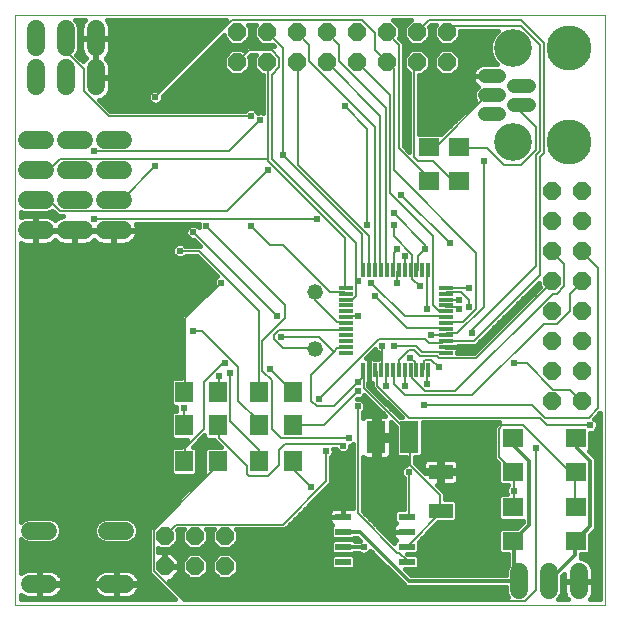
<source format=gbl>
G75*
%MOIN*%
%OFA0B0*%
%FSLAX25Y25*%
%IPPOS*%
%LPD*%
%AMOC8*
5,1,8,0,0,1.08239X$1,22.5*
%
%ADD10C,0.00000*%
%ADD11C,0.06000*%
%ADD12R,0.06299X0.10630*%
%ADD13R,0.04724X0.01181*%
%ADD14R,0.01181X0.04724*%
%ADD15OC8,0.06000*%
%ADD16R,0.05512X0.02362*%
%ADD17R,0.08000X0.05000*%
%ADD18R,0.07098X0.06299*%
%ADD19C,0.15000*%
%ADD20C,0.12598*%
%ADD21C,0.04756*%
%ADD22R,0.06299X0.07098*%
%ADD23C,0.05200*%
%ADD24C,0.01600*%
%ADD25C,0.00500*%
%ADD26C,0.02400*%
%ADD27C,0.01400*%
D10*
X0002100Y0001100D02*
X0002100Y0197950D01*
X0198950Y0197950D01*
X0198950Y0001100D01*
X0002100Y0001100D01*
D11*
X0007300Y0008200D02*
X0013300Y0008200D01*
X0013300Y0026000D02*
X0007300Y0026000D01*
X0032900Y0026000D02*
X0038900Y0026000D01*
X0038900Y0008200D02*
X0032900Y0008200D01*
X0032100Y0126100D02*
X0038100Y0126100D01*
X0038100Y0136100D02*
X0032100Y0136100D01*
X0025100Y0136100D02*
X0019100Y0136100D01*
X0012100Y0136100D02*
X0006100Y0136100D01*
X0006100Y0126100D02*
X0012100Y0126100D01*
X0019100Y0126100D02*
X0025100Y0126100D01*
X0025100Y0146100D02*
X0019100Y0146100D01*
X0012100Y0146100D02*
X0006100Y0146100D01*
X0006100Y0156100D02*
X0012100Y0156100D01*
X0019100Y0156100D02*
X0025100Y0156100D01*
X0032100Y0156100D02*
X0038100Y0156100D01*
X0038100Y0146100D02*
X0032100Y0146100D01*
X0029100Y0174100D02*
X0029100Y0180100D01*
X0029100Y0187100D02*
X0029100Y0193100D01*
X0019100Y0193100D02*
X0019100Y0187100D01*
X0019100Y0180100D02*
X0019100Y0174100D01*
X0009100Y0174100D02*
X0009100Y0180100D01*
X0009100Y0187100D02*
X0009100Y0193100D01*
X0170100Y0012100D02*
X0170100Y0006100D01*
X0180100Y0006100D02*
X0180100Y0012100D01*
X0190100Y0012100D02*
X0190100Y0006100D01*
D12*
X0133612Y0057100D03*
X0122588Y0057100D03*
D13*
X0112368Y0085273D03*
X0112368Y0087242D03*
X0112368Y0089210D03*
X0112368Y0091179D03*
X0112368Y0093147D03*
X0112368Y0095116D03*
X0112368Y0097084D03*
X0112368Y0099053D03*
X0112368Y0101021D03*
X0112368Y0102990D03*
X0112368Y0104958D03*
X0112368Y0106927D03*
X0145832Y0106927D03*
X0145832Y0104958D03*
X0145832Y0102990D03*
X0145832Y0101021D03*
X0145832Y0099053D03*
X0145832Y0097084D03*
X0145832Y0095116D03*
X0145832Y0093147D03*
X0145832Y0091179D03*
X0145832Y0089210D03*
X0145832Y0087242D03*
X0145832Y0085273D03*
D14*
X0139927Y0079368D03*
X0137958Y0079368D03*
X0135990Y0079368D03*
X0134021Y0079368D03*
X0132053Y0079368D03*
X0130084Y0079368D03*
X0128116Y0079368D03*
X0126147Y0079368D03*
X0124179Y0079368D03*
X0122210Y0079368D03*
X0120242Y0079368D03*
X0118273Y0079368D03*
X0118273Y0112832D03*
X0120242Y0112832D03*
X0122210Y0112832D03*
X0124179Y0112832D03*
X0126147Y0112832D03*
X0128116Y0112832D03*
X0130084Y0112832D03*
X0132053Y0112832D03*
X0134021Y0112832D03*
X0135990Y0112832D03*
X0137958Y0112832D03*
X0139927Y0112832D03*
D15*
X0181100Y0109100D03*
X0181100Y0099100D03*
X0181100Y0089100D03*
X0181100Y0079100D03*
X0181100Y0069100D03*
X0191100Y0069100D03*
X0191100Y0079100D03*
X0191100Y0089100D03*
X0191100Y0099100D03*
X0191100Y0109100D03*
X0191100Y0119100D03*
X0191100Y0129100D03*
X0191100Y0139100D03*
X0181100Y0139100D03*
X0181100Y0129100D03*
X0181100Y0119100D03*
X0146100Y0182100D03*
X0146100Y0192100D03*
X0136100Y0192100D03*
X0136100Y0182100D03*
X0126100Y0182100D03*
X0116100Y0182100D03*
X0116100Y0192100D03*
X0126100Y0192100D03*
X0106100Y0192100D03*
X0106100Y0182100D03*
X0096100Y0182100D03*
X0096100Y0192100D03*
X0086100Y0192100D03*
X0086100Y0182100D03*
X0076100Y0182100D03*
X0076100Y0192100D03*
X0072100Y0024100D03*
X0072100Y0014100D03*
X0062100Y0014100D03*
X0052100Y0014100D03*
X0052100Y0024100D03*
X0062100Y0024100D03*
D16*
X0111470Y0025600D03*
X0111470Y0020600D03*
X0111470Y0015600D03*
X0111470Y0030600D03*
X0132730Y0030600D03*
X0132730Y0025600D03*
X0132730Y0020600D03*
X0132730Y0015600D03*
D17*
X0144100Y0032600D03*
X0144100Y0045600D03*
D18*
X0168100Y0045502D03*
X0168100Y0056698D03*
X0189100Y0056698D03*
X0189100Y0045502D03*
X0189100Y0033698D03*
X0189100Y0022502D03*
X0168100Y0022502D03*
X0168100Y0033698D03*
X0150100Y0142502D03*
X0140100Y0142502D03*
X0140100Y0153698D03*
X0150100Y0153698D03*
D19*
X0186746Y0155352D03*
X0186746Y0186848D03*
D20*
X0168242Y0186848D03*
X0168242Y0155352D03*
D21*
X0163517Y0164801D02*
X0158761Y0164801D01*
X0158761Y0171100D02*
X0163517Y0171100D01*
X0168635Y0167950D02*
X0173391Y0167950D01*
X0173391Y0174250D02*
X0168635Y0174250D01*
X0163517Y0177399D02*
X0158761Y0177399D01*
D22*
X0094698Y0072100D03*
X0083502Y0072100D03*
X0083502Y0061100D03*
X0094698Y0061100D03*
X0094698Y0049100D03*
X0083502Y0049100D03*
X0069698Y0049100D03*
X0058502Y0049100D03*
X0058502Y0061100D03*
X0069698Y0061100D03*
X0069698Y0072100D03*
X0058502Y0072100D03*
D23*
X0102100Y0086600D03*
X0102100Y0105600D03*
D24*
X0121513Y0085821D02*
X0122593Y0085821D01*
X0122481Y0085934D02*
X0123050Y0085364D01*
X0123050Y0083030D01*
X0122078Y0083030D01*
X0121937Y0083170D01*
X0121527Y0083407D01*
X0121069Y0083530D01*
X0120242Y0083530D01*
X0120242Y0079368D01*
X0120242Y0079368D01*
X0120242Y0083530D01*
X0119414Y0083530D01*
X0119152Y0083460D01*
X0122230Y0086538D01*
X0122481Y0085934D01*
X0123050Y0084223D02*
X0119915Y0084223D01*
X0120242Y0082624D02*
X0120242Y0082624D01*
X0120242Y0081026D02*
X0120242Y0081026D01*
X0120242Y0079427D02*
X0120242Y0079427D01*
X0120242Y0079368D02*
X0120242Y0075206D01*
X0121069Y0075206D01*
X0121175Y0075234D01*
X0121175Y0073583D01*
X0131043Y0063715D01*
X0130427Y0063715D01*
X0119900Y0074242D01*
X0119900Y0075206D01*
X0120242Y0075206D01*
X0120242Y0079368D01*
X0120242Y0079368D01*
X0120242Y0077829D02*
X0120242Y0077829D01*
X0120242Y0076230D02*
X0120242Y0076230D01*
X0119900Y0074632D02*
X0121175Y0074632D01*
X0121109Y0073033D02*
X0121725Y0073033D01*
X0122708Y0071434D02*
X0123323Y0071434D01*
X0124306Y0069836D02*
X0124922Y0069836D01*
X0125905Y0068237D02*
X0126520Y0068237D01*
X0127503Y0066639D02*
X0128119Y0066639D01*
X0129102Y0065040D02*
X0129718Y0065040D01*
X0127538Y0062220D02*
X0129162Y0060596D01*
X0129162Y0051247D01*
X0129924Y0050485D01*
X0132425Y0050485D01*
X0132425Y0047798D01*
X0131934Y0047594D01*
X0131231Y0046891D01*
X0130850Y0045972D01*
X0130850Y0044978D01*
X0131231Y0044059D01*
X0131800Y0043489D01*
X0131800Y0033081D01*
X0129436Y0033081D01*
X0128674Y0032320D01*
X0128674Y0028880D01*
X0129163Y0028391D01*
X0128869Y0028221D01*
X0128534Y0027886D01*
X0128297Y0027476D01*
X0128174Y0027018D01*
X0128174Y0025600D01*
X0132730Y0025600D01*
X0132730Y0025600D01*
X0128174Y0025600D01*
X0128174Y0024182D01*
X0128297Y0023724D01*
X0128534Y0023314D01*
X0128869Y0022979D01*
X0129163Y0022809D01*
X0128674Y0022320D01*
X0128674Y0021718D01*
X0118025Y0032367D01*
X0118025Y0050653D01*
X0118333Y0050345D01*
X0118744Y0050108D01*
X0119202Y0049985D01*
X0121813Y0049985D01*
X0121813Y0056325D01*
X0123363Y0056325D01*
X0123363Y0049985D01*
X0125975Y0049985D01*
X0126433Y0050108D01*
X0126843Y0050345D01*
X0127178Y0050680D01*
X0127415Y0051090D01*
X0127538Y0051548D01*
X0127538Y0056325D01*
X0123363Y0056325D01*
X0123363Y0057875D01*
X0121813Y0057875D01*
X0121813Y0064215D01*
X0119202Y0064215D01*
X0118744Y0064092D01*
X0118333Y0063855D01*
X0118025Y0063547D01*
X0118025Y0065364D01*
X0118594Y0065934D01*
X0118975Y0066853D01*
X0118975Y0067847D01*
X0118594Y0068766D01*
X0117891Y0069469D01*
X0116972Y0069850D01*
X0117891Y0070231D01*
X0118594Y0070934D01*
X0118662Y0071096D01*
X0125543Y0064215D01*
X0123363Y0064215D01*
X0123363Y0057875D01*
X0127538Y0057875D01*
X0127538Y0062220D01*
X0127538Y0061843D02*
X0127915Y0061843D01*
X0127538Y0060245D02*
X0129162Y0060245D01*
X0129162Y0058646D02*
X0127538Y0058646D01*
X0129162Y0057048D02*
X0123363Y0057048D01*
X0123363Y0058646D02*
X0121813Y0058646D01*
X0121813Y0060245D02*
X0123363Y0060245D01*
X0123363Y0061843D02*
X0121813Y0061843D01*
X0121813Y0063442D02*
X0123363Y0063442D01*
X0124718Y0065040D02*
X0118025Y0065040D01*
X0118886Y0066639D02*
X0123119Y0066639D01*
X0121520Y0068237D02*
X0118813Y0068237D01*
X0119922Y0069836D02*
X0117006Y0069836D01*
X0116972Y0069850D02*
X0116167Y0069850D01*
X0116167Y0069850D01*
X0116972Y0069850D01*
X0121813Y0055449D02*
X0123363Y0055449D01*
X0123363Y0053851D02*
X0121813Y0053851D01*
X0121813Y0052252D02*
X0123363Y0052252D01*
X0123363Y0050654D02*
X0121813Y0050654D01*
X0118025Y0049055D02*
X0132425Y0049055D01*
X0131796Y0047457D02*
X0118025Y0047457D01*
X0118025Y0045858D02*
X0130850Y0045858D01*
X0131147Y0044260D02*
X0118025Y0044260D01*
X0118025Y0042661D02*
X0131800Y0042661D01*
X0131800Y0041063D02*
X0118025Y0041063D01*
X0118025Y0039464D02*
X0131800Y0039464D01*
X0131800Y0037866D02*
X0118025Y0037866D01*
X0118025Y0036267D02*
X0131800Y0036267D01*
X0131800Y0034669D02*
X0118025Y0034669D01*
X0118025Y0033070D02*
X0129425Y0033070D01*
X0128674Y0031472D02*
X0118920Y0031472D01*
X0120519Y0029873D02*
X0128674Y0029873D01*
X0128961Y0028275D02*
X0122117Y0028275D01*
X0123716Y0026676D02*
X0128174Y0026676D01*
X0128174Y0025078D02*
X0125314Y0025078D01*
X0126913Y0023479D02*
X0128438Y0023479D01*
X0128511Y0021881D02*
X0128674Y0021881D01*
X0132898Y0018119D02*
X0136024Y0018119D01*
X0136786Y0018880D01*
X0136786Y0022320D01*
X0136774Y0022332D01*
X0143242Y0028800D01*
X0148638Y0028800D01*
X0149400Y0029562D01*
X0149400Y0035638D01*
X0148638Y0036400D01*
X0145525Y0036400D01*
X0145525Y0038617D01*
X0142842Y0041300D01*
X0143650Y0041300D01*
X0143650Y0045150D01*
X0138992Y0045150D01*
X0135525Y0048617D01*
X0135525Y0050485D01*
X0137300Y0050485D01*
X0138061Y0051247D01*
X0138061Y0062050D01*
X0163358Y0062050D01*
X0162708Y0061400D01*
X0161800Y0060492D01*
X0161800Y0049833D01*
X0163251Y0048382D01*
X0163251Y0041813D01*
X0164012Y0041052D01*
X0166641Y0041052D01*
X0166231Y0040641D01*
X0165850Y0039722D01*
X0165850Y0038728D01*
X0166090Y0038148D01*
X0164012Y0038148D01*
X0163251Y0037387D01*
X0163251Y0030010D01*
X0164012Y0029249D01*
X0171350Y0029249D01*
X0171350Y0028803D01*
X0169498Y0026951D01*
X0164012Y0026951D01*
X0163251Y0026190D01*
X0163251Y0018813D01*
X0164012Y0018052D01*
X0166350Y0018052D01*
X0166350Y0014283D01*
X0165800Y0012955D01*
X0165800Y0011225D01*
X0134178Y0011225D01*
X0132284Y0013119D01*
X0136024Y0013119D01*
X0136786Y0013880D01*
X0136786Y0017320D01*
X0136024Y0018081D01*
X0132936Y0018081D01*
X0132898Y0018119D01*
X0136589Y0018684D02*
X0163381Y0018684D01*
X0163251Y0020282D02*
X0136786Y0020282D01*
X0136786Y0021881D02*
X0163251Y0021881D01*
X0163251Y0023479D02*
X0137921Y0023479D01*
X0139520Y0025078D02*
X0163251Y0025078D01*
X0163737Y0026676D02*
X0141118Y0026676D01*
X0142717Y0028275D02*
X0170821Y0028275D01*
X0163388Y0029873D02*
X0149400Y0029873D01*
X0149400Y0031472D02*
X0163251Y0031472D01*
X0163251Y0033070D02*
X0149400Y0033070D01*
X0149400Y0034669D02*
X0163251Y0034669D01*
X0163251Y0036267D02*
X0148771Y0036267D01*
X0145525Y0037866D02*
X0163730Y0037866D01*
X0165850Y0039464D02*
X0144678Y0039464D01*
X0144550Y0041300D02*
X0148337Y0041300D01*
X0148795Y0041423D01*
X0149205Y0041660D01*
X0149540Y0041995D01*
X0149777Y0042405D01*
X0149900Y0042863D01*
X0149900Y0045150D01*
X0144550Y0045150D01*
X0144550Y0046050D01*
X0143650Y0046050D01*
X0143650Y0049900D01*
X0139863Y0049900D01*
X0139405Y0049777D01*
X0138995Y0049540D01*
X0138660Y0049205D01*
X0138423Y0048795D01*
X0138300Y0048337D01*
X0138300Y0046050D01*
X0143650Y0046050D01*
X0143650Y0045150D01*
X0144550Y0045150D01*
X0144550Y0041300D01*
X0144550Y0042661D02*
X0143650Y0042661D01*
X0143650Y0044260D02*
X0144550Y0044260D01*
X0144550Y0045858D02*
X0163251Y0045858D01*
X0163251Y0044260D02*
X0149900Y0044260D01*
X0149846Y0042661D02*
X0163251Y0042661D01*
X0164001Y0041063D02*
X0143079Y0041063D01*
X0143650Y0045858D02*
X0138284Y0045858D01*
X0138300Y0047457D02*
X0136685Y0047457D01*
X0135525Y0049055D02*
X0138573Y0049055D01*
X0137469Y0050654D02*
X0161800Y0050654D01*
X0161800Y0052252D02*
X0138061Y0052252D01*
X0138061Y0053851D02*
X0161800Y0053851D01*
X0161800Y0055449D02*
X0138061Y0055449D01*
X0138061Y0057048D02*
X0161800Y0057048D01*
X0161800Y0058646D02*
X0138061Y0058646D01*
X0138061Y0060245D02*
X0161800Y0060245D01*
X0163151Y0061843D02*
X0138061Y0061843D01*
X0129162Y0055449D02*
X0127538Y0055449D01*
X0127538Y0053851D02*
X0129162Y0053851D01*
X0129162Y0052252D02*
X0127538Y0052252D01*
X0127152Y0050654D02*
X0129755Y0050654D01*
X0143650Y0049055D02*
X0144550Y0049055D01*
X0144550Y0049900D02*
X0144550Y0046050D01*
X0149900Y0046050D01*
X0149900Y0048337D01*
X0149777Y0048795D01*
X0149540Y0049205D01*
X0149205Y0049540D01*
X0148795Y0049777D01*
X0148337Y0049900D01*
X0144550Y0049900D01*
X0144550Y0047457D02*
X0143650Y0047457D01*
X0149627Y0049055D02*
X0162578Y0049055D01*
X0163251Y0047457D02*
X0149900Y0047457D01*
X0121063Y0018684D02*
X0120094Y0018684D01*
X0119766Y0018356D02*
X0120469Y0019059D01*
X0120533Y0019213D01*
X0131350Y0008397D01*
X0132522Y0007225D01*
X0165800Y0007225D01*
X0165800Y0005245D01*
X0166357Y0003900D01*
X0058992Y0003900D01*
X0053592Y0009300D01*
X0054088Y0009300D01*
X0056900Y0012112D01*
X0056900Y0013900D01*
X0052300Y0013900D01*
X0052300Y0014300D01*
X0051900Y0014300D01*
X0051900Y0018900D01*
X0050112Y0018900D01*
X0049900Y0018688D01*
X0049900Y0020219D01*
X0050319Y0019800D01*
X0053881Y0019800D01*
X0056400Y0022319D01*
X0056400Y0025881D01*
X0056174Y0026107D01*
X0056492Y0026425D01*
X0058344Y0026425D01*
X0057800Y0025881D01*
X0057800Y0022319D01*
X0060319Y0019800D01*
X0063881Y0019800D01*
X0066400Y0022319D01*
X0066400Y0025881D01*
X0065856Y0026425D01*
X0068344Y0026425D01*
X0067800Y0025881D01*
X0067800Y0022319D01*
X0070319Y0019800D01*
X0073881Y0019800D01*
X0076400Y0022319D01*
X0076400Y0025881D01*
X0075856Y0026425D01*
X0092117Y0026425D01*
X0093025Y0027333D01*
X0107400Y0041708D01*
X0107400Y0050364D01*
X0107969Y0050934D01*
X0108350Y0051853D01*
X0108350Y0052847D01*
X0108162Y0053300D01*
X0109152Y0053300D01*
X0109356Y0052809D01*
X0110059Y0052106D01*
X0110978Y0051725D01*
X0111972Y0051725D01*
X0112891Y0052106D01*
X0113594Y0052809D01*
X0113975Y0053728D01*
X0113975Y0054278D01*
X0114766Y0054606D01*
X0114925Y0054764D01*
X0114925Y0033456D01*
X0114921Y0033458D01*
X0114463Y0033581D01*
X0111470Y0033581D01*
X0108477Y0033581D01*
X0108019Y0033458D01*
X0107609Y0033221D01*
X0107274Y0032886D01*
X0107037Y0032476D01*
X0106914Y0032018D01*
X0106914Y0030600D01*
X0111470Y0030600D01*
X0111470Y0030600D01*
X0106914Y0030600D01*
X0106914Y0029182D01*
X0107037Y0028724D01*
X0107274Y0028314D01*
X0107609Y0027979D01*
X0107903Y0027809D01*
X0107414Y0027320D01*
X0107414Y0023880D01*
X0108176Y0023119D01*
X0114764Y0023119D01*
X0115121Y0023475D01*
X0116272Y0023475D01*
X0117088Y0022658D01*
X0116934Y0022594D01*
X0116814Y0022475D01*
X0115371Y0022475D01*
X0114764Y0023081D01*
X0108176Y0023081D01*
X0107414Y0022320D01*
X0107414Y0018880D01*
X0108176Y0018119D01*
X0114764Y0018119D01*
X0115121Y0018475D01*
X0116814Y0018475D01*
X0116934Y0018356D01*
X0117853Y0017975D01*
X0118847Y0017975D01*
X0119766Y0018356D01*
X0122661Y0017085D02*
X0115526Y0017085D01*
X0115526Y0017320D02*
X0114764Y0018081D01*
X0108176Y0018081D01*
X0107414Y0017320D01*
X0107414Y0013880D01*
X0108176Y0013119D01*
X0114764Y0013119D01*
X0115526Y0013880D01*
X0115526Y0017320D01*
X0115526Y0015487D02*
X0124260Y0015487D01*
X0125858Y0013888D02*
X0115526Y0013888D01*
X0107414Y0013888D02*
X0076400Y0013888D01*
X0076400Y0012319D02*
X0073881Y0009800D01*
X0070319Y0009800D01*
X0067800Y0012319D01*
X0067800Y0015881D01*
X0070319Y0018400D01*
X0073881Y0018400D01*
X0076400Y0015881D01*
X0076400Y0012319D01*
X0076371Y0012290D02*
X0127457Y0012290D01*
X0129055Y0010691D02*
X0074772Y0010691D01*
X0076400Y0015487D02*
X0107414Y0015487D01*
X0107414Y0017085D02*
X0075196Y0017085D01*
X0074363Y0020282D02*
X0107414Y0020282D01*
X0107414Y0021881D02*
X0075962Y0021881D01*
X0076400Y0023479D02*
X0107815Y0023479D01*
X0107414Y0025078D02*
X0076400Y0025078D01*
X0069837Y0020282D02*
X0064363Y0020282D01*
X0063881Y0018400D02*
X0060319Y0018400D01*
X0057800Y0015881D01*
X0057800Y0012319D01*
X0060319Y0009800D01*
X0063881Y0009800D01*
X0066400Y0012319D01*
X0066400Y0015881D01*
X0063881Y0018400D01*
X0065196Y0017085D02*
X0069004Y0017085D01*
X0067800Y0015487D02*
X0066400Y0015487D01*
X0066400Y0013888D02*
X0067800Y0013888D01*
X0067829Y0012290D02*
X0066371Y0012290D01*
X0064772Y0010691D02*
X0069428Y0010691D01*
X0059428Y0010691D02*
X0055479Y0010691D01*
X0056900Y0012290D02*
X0057829Y0012290D01*
X0057800Y0013888D02*
X0056900Y0013888D01*
X0056900Y0014300D02*
X0056900Y0016088D01*
X0054088Y0018900D01*
X0052300Y0018900D01*
X0052300Y0014300D01*
X0056900Y0014300D01*
X0056900Y0015487D02*
X0057800Y0015487D01*
X0059004Y0017085D02*
X0055903Y0017085D01*
X0054305Y0018684D02*
X0107611Y0018684D01*
X0107414Y0026676D02*
X0092368Y0026676D01*
X0093967Y0028275D02*
X0107313Y0028275D01*
X0106914Y0029873D02*
X0095565Y0029873D01*
X0097164Y0031472D02*
X0106914Y0031472D01*
X0107458Y0033070D02*
X0098762Y0033070D01*
X0100361Y0034669D02*
X0114925Y0034669D01*
X0114925Y0036267D02*
X0101959Y0036267D01*
X0103558Y0037866D02*
X0114925Y0037866D01*
X0114925Y0039464D02*
X0105156Y0039464D01*
X0106755Y0041063D02*
X0114925Y0041063D01*
X0114925Y0042661D02*
X0107400Y0042661D01*
X0107400Y0044260D02*
X0114925Y0044260D01*
X0114925Y0045858D02*
X0107400Y0045858D01*
X0107400Y0047457D02*
X0114925Y0047457D01*
X0114925Y0049055D02*
X0107400Y0049055D01*
X0107689Y0050654D02*
X0114925Y0050654D01*
X0114925Y0052252D02*
X0113038Y0052252D01*
X0113975Y0053851D02*
X0114925Y0053851D01*
X0109912Y0052252D02*
X0108350Y0052252D01*
X0111470Y0033581D02*
X0111470Y0030600D01*
X0111470Y0030600D01*
X0111470Y0033581D01*
X0111470Y0033070D02*
X0111470Y0033070D01*
X0111470Y0031472D02*
X0111470Y0031472D01*
X0133114Y0012290D02*
X0165800Y0012290D01*
X0166186Y0013888D02*
X0136786Y0013888D01*
X0136786Y0015487D02*
X0166350Y0015487D01*
X0166350Y0017085D02*
X0136786Y0017085D01*
X0130654Y0009093D02*
X0053799Y0009093D01*
X0055398Y0007494D02*
X0132253Y0007494D01*
X0165800Y0005896D02*
X0056996Y0005896D01*
X0058595Y0004297D02*
X0166193Y0004297D01*
X0183181Y0003100D02*
X0183745Y0003664D01*
X0184400Y0005245D01*
X0184400Y0010572D01*
X0185300Y0011472D01*
X0185300Y0009300D01*
X0189900Y0009300D01*
X0189900Y0008900D01*
X0185300Y0008900D01*
X0185300Y0005722D01*
X0185418Y0004976D01*
X0185652Y0004257D01*
X0185995Y0003584D01*
X0186347Y0003100D01*
X0183181Y0003100D01*
X0184007Y0004297D02*
X0185639Y0004297D01*
X0185300Y0005896D02*
X0184400Y0005896D01*
X0184400Y0007494D02*
X0185300Y0007494D01*
X0184400Y0009093D02*
X0189900Y0009093D01*
X0190300Y0009093D02*
X0197100Y0009093D01*
X0197100Y0010691D02*
X0194900Y0010691D01*
X0194900Y0009300D02*
X0194900Y0012478D01*
X0194782Y0013224D01*
X0194548Y0013943D01*
X0194205Y0014616D01*
X0193761Y0015227D01*
X0193227Y0015761D01*
X0192616Y0016205D01*
X0191943Y0016548D01*
X0191224Y0016782D01*
X0190694Y0016866D01*
X0190975Y0017147D01*
X0190975Y0018052D01*
X0193188Y0018052D01*
X0193949Y0018813D01*
X0193949Y0024496D01*
X0195975Y0026522D01*
X0195975Y0050053D01*
X0194803Y0051225D01*
X0193484Y0052545D01*
X0193949Y0053010D01*
X0193949Y0058600D01*
X0194472Y0058600D01*
X0195391Y0058981D01*
X0196094Y0059684D01*
X0196475Y0060603D01*
X0196475Y0061597D01*
X0196094Y0062516D01*
X0195391Y0063219D01*
X0195229Y0063287D01*
X0197100Y0065158D01*
X0197100Y0003100D01*
X0193853Y0003100D01*
X0194205Y0003584D01*
X0194548Y0004257D01*
X0194782Y0004976D01*
X0194900Y0005722D01*
X0194900Y0008900D01*
X0190300Y0008900D01*
X0190300Y0009300D01*
X0194900Y0009300D01*
X0194900Y0007494D02*
X0197100Y0007494D01*
X0197100Y0005896D02*
X0194900Y0005896D01*
X0194561Y0004297D02*
X0197100Y0004297D01*
X0197100Y0012290D02*
X0194900Y0012290D01*
X0194566Y0013888D02*
X0197100Y0013888D01*
X0197100Y0015487D02*
X0193502Y0015487D01*
X0190914Y0017085D02*
X0197100Y0017085D01*
X0197100Y0018684D02*
X0193819Y0018684D01*
X0193949Y0020282D02*
X0197100Y0020282D01*
X0197100Y0021881D02*
X0193949Y0021881D01*
X0193949Y0023479D02*
X0197100Y0023479D01*
X0197100Y0025078D02*
X0194531Y0025078D01*
X0195975Y0026676D02*
X0197100Y0026676D01*
X0197100Y0028275D02*
X0195975Y0028275D01*
X0195975Y0029873D02*
X0197100Y0029873D01*
X0197100Y0031472D02*
X0195975Y0031472D01*
X0195975Y0033070D02*
X0197100Y0033070D01*
X0197100Y0034669D02*
X0195975Y0034669D01*
X0195975Y0036267D02*
X0197100Y0036267D01*
X0197100Y0037866D02*
X0195975Y0037866D01*
X0195975Y0039464D02*
X0197100Y0039464D01*
X0197100Y0041063D02*
X0195975Y0041063D01*
X0195975Y0042661D02*
X0197100Y0042661D01*
X0197100Y0044260D02*
X0195975Y0044260D01*
X0195975Y0045858D02*
X0197100Y0045858D01*
X0197100Y0047457D02*
X0195975Y0047457D01*
X0195975Y0049055D02*
X0197100Y0049055D01*
X0197100Y0050654D02*
X0195375Y0050654D01*
X0193776Y0052252D02*
X0197100Y0052252D01*
X0197100Y0053851D02*
X0193949Y0053851D01*
X0193949Y0055449D02*
X0197100Y0055449D01*
X0197100Y0057048D02*
X0193949Y0057048D01*
X0194584Y0058646D02*
X0197100Y0058646D01*
X0197100Y0060245D02*
X0196327Y0060245D01*
X0196373Y0061843D02*
X0197100Y0061843D01*
X0197100Y0063442D02*
X0195384Y0063442D01*
X0196982Y0065040D02*
X0197100Y0065040D01*
X0165470Y0095412D02*
X0163604Y0095412D01*
X0163872Y0093814D02*
X0162006Y0093814D01*
X0162273Y0092215D02*
X0160407Y0092215D01*
X0160675Y0090617D02*
X0158809Y0090617D01*
X0159076Y0089018D02*
X0157210Y0089018D01*
X0157478Y0087420D02*
X0149994Y0087420D01*
X0149994Y0087242D02*
X0149994Y0087675D01*
X0155867Y0087675D01*
X0176800Y0108608D01*
X0176800Y0107319D01*
X0177088Y0107030D01*
X0155208Y0085150D01*
X0149494Y0085150D01*
X0149494Y0085406D01*
X0149635Y0085546D01*
X0149872Y0085956D01*
X0149994Y0086414D01*
X0149994Y0087242D01*
X0145832Y0087242D01*
X0145832Y0087242D01*
X0149994Y0087242D01*
X0149794Y0085821D02*
X0155879Y0085821D01*
X0165203Y0097011D02*
X0167069Y0097011D01*
X0166801Y0098609D02*
X0168667Y0098609D01*
X0168400Y0100208D02*
X0170266Y0100208D01*
X0169998Y0101806D02*
X0171864Y0101806D01*
X0171597Y0103405D02*
X0173463Y0103405D01*
X0173195Y0105003D02*
X0175061Y0105003D01*
X0174794Y0106602D02*
X0176660Y0106602D01*
X0176800Y0108200D02*
X0176392Y0108200D01*
X0133675Y0152342D02*
X0131775Y0154242D01*
X0131775Y0188617D01*
X0130237Y0190155D01*
X0130400Y0190319D01*
X0130400Y0193881D01*
X0128181Y0196100D01*
X0134019Y0196100D01*
X0131800Y0193881D01*
X0131800Y0190319D01*
X0134319Y0187800D01*
X0137881Y0187800D01*
X0140400Y0190319D01*
X0140400Y0193881D01*
X0140299Y0193982D01*
X0140867Y0194550D01*
X0142469Y0194550D01*
X0141800Y0193881D01*
X0141800Y0190319D01*
X0144319Y0187800D01*
X0147881Y0187800D01*
X0150400Y0190319D01*
X0150400Y0192675D01*
X0163322Y0192675D01*
X0161799Y0191153D01*
X0160643Y0188360D01*
X0160643Y0185336D01*
X0161799Y0182543D01*
X0162766Y0181577D01*
X0158433Y0181577D01*
X0157783Y0181474D01*
X0157158Y0181271D01*
X0156572Y0180973D01*
X0156040Y0180586D01*
X0155575Y0180121D01*
X0155188Y0179589D01*
X0154890Y0179003D01*
X0154686Y0178378D01*
X0154583Y0177728D01*
X0154583Y0177399D01*
X0154583Y0177070D01*
X0154686Y0176421D01*
X0154890Y0175795D01*
X0155188Y0175209D01*
X0155575Y0174677D01*
X0156040Y0174212D01*
X0156406Y0173946D01*
X0155643Y0173183D01*
X0155083Y0171832D01*
X0155083Y0170368D01*
X0155550Y0169242D01*
X0144322Y0158014D01*
X0144188Y0158148D01*
X0136775Y0158148D01*
X0136775Y0177800D01*
X0137881Y0177800D01*
X0140400Y0180319D01*
X0140400Y0183881D01*
X0137881Y0186400D01*
X0134319Y0186400D01*
X0131800Y0183881D01*
X0131800Y0180319D01*
X0133675Y0178444D01*
X0133675Y0152342D01*
X0133675Y0152959D02*
X0133058Y0152959D01*
X0133675Y0154557D02*
X0131775Y0154557D01*
X0131775Y0156156D02*
X0133675Y0156156D01*
X0133675Y0157754D02*
X0131775Y0157754D01*
X0131775Y0159353D02*
X0133675Y0159353D01*
X0133675Y0160951D02*
X0131775Y0160951D01*
X0131775Y0162550D02*
X0133675Y0162550D01*
X0133675Y0164148D02*
X0131775Y0164148D01*
X0131775Y0165747D02*
X0133675Y0165747D01*
X0133675Y0167345D02*
X0131775Y0167345D01*
X0131775Y0168944D02*
X0133675Y0168944D01*
X0133675Y0170542D02*
X0131775Y0170542D01*
X0131775Y0172141D02*
X0133675Y0172141D01*
X0133675Y0173739D02*
X0131775Y0173739D01*
X0131775Y0175338D02*
X0133675Y0175338D01*
X0133675Y0176936D02*
X0131775Y0176936D01*
X0131775Y0178535D02*
X0133584Y0178535D01*
X0131986Y0180133D02*
X0131775Y0180133D01*
X0131775Y0181732D02*
X0131800Y0181732D01*
X0131775Y0183330D02*
X0131800Y0183330D01*
X0131775Y0184929D02*
X0132848Y0184929D01*
X0131775Y0186527D02*
X0160643Y0186527D01*
X0160643Y0188126D02*
X0148207Y0188126D01*
X0147881Y0186400D02*
X0144319Y0186400D01*
X0141800Y0183881D01*
X0141800Y0180319D01*
X0144319Y0177800D01*
X0147881Y0177800D01*
X0150400Y0180319D01*
X0150400Y0183881D01*
X0147881Y0186400D01*
X0149352Y0184929D02*
X0160811Y0184929D01*
X0161473Y0183330D02*
X0150400Y0183330D01*
X0150400Y0181732D02*
X0162611Y0181732D01*
X0163517Y0177399D02*
X0163517Y0177399D01*
X0154583Y0177399D01*
X0163517Y0177399D01*
X0156199Y0173739D02*
X0136775Y0173739D01*
X0136775Y0172141D02*
X0155212Y0172141D01*
X0155083Y0170542D02*
X0136775Y0170542D01*
X0136775Y0168944D02*
X0155252Y0168944D01*
X0153653Y0167345D02*
X0136775Y0167345D01*
X0136775Y0165747D02*
X0152055Y0165747D01*
X0150456Y0164148D02*
X0136775Y0164148D01*
X0136775Y0162550D02*
X0148858Y0162550D01*
X0147259Y0160951D02*
X0136775Y0160951D01*
X0136775Y0159353D02*
X0145661Y0159353D01*
X0136775Y0175338D02*
X0155123Y0175338D01*
X0154605Y0176936D02*
X0136775Y0176936D01*
X0138616Y0178535D02*
X0143584Y0178535D01*
X0141986Y0180133D02*
X0140214Y0180133D01*
X0140400Y0181732D02*
X0141800Y0181732D01*
X0141800Y0183330D02*
X0140400Y0183330D01*
X0139352Y0184929D02*
X0142848Y0184929D01*
X0143993Y0188126D02*
X0138207Y0188126D01*
X0139805Y0189724D02*
X0142395Y0189724D01*
X0141800Y0191323D02*
X0140400Y0191323D01*
X0140400Y0192921D02*
X0141800Y0192921D01*
X0142439Y0194520D02*
X0140837Y0194520D01*
X0133993Y0188126D02*
X0131775Y0188126D01*
X0132395Y0189724D02*
X0130668Y0189724D01*
X0130400Y0191323D02*
X0131800Y0191323D01*
X0131800Y0192921D02*
X0130400Y0192921D01*
X0129761Y0194520D02*
X0132439Y0194520D01*
X0148616Y0178535D02*
X0154737Y0178535D01*
X0155587Y0180133D02*
X0150214Y0180133D01*
X0149805Y0189724D02*
X0161208Y0189724D01*
X0161970Y0191323D02*
X0150400Y0191323D01*
X0088358Y0187650D02*
X0079583Y0187650D01*
X0078107Y0186174D01*
X0077881Y0186400D01*
X0074319Y0186400D01*
X0071800Y0183881D01*
X0071800Y0180319D01*
X0074319Y0177800D01*
X0077881Y0177800D01*
X0080400Y0180319D01*
X0080400Y0183881D01*
X0080299Y0183982D01*
X0080867Y0184550D01*
X0082469Y0184550D01*
X0081800Y0183881D01*
X0081800Y0180319D01*
X0084319Y0177800D01*
X0084925Y0177800D01*
X0084925Y0165287D01*
X0084472Y0165475D01*
X0083478Y0165475D01*
X0083103Y0165320D01*
X0082969Y0165641D01*
X0082266Y0166344D01*
X0081347Y0166725D01*
X0080353Y0166725D01*
X0079434Y0166344D01*
X0078864Y0165775D01*
X0033992Y0165775D01*
X0030318Y0169449D01*
X0030943Y0169652D01*
X0031616Y0169995D01*
X0032227Y0170439D01*
X0032761Y0170973D01*
X0033205Y0171584D01*
X0033548Y0172257D01*
X0033782Y0172976D01*
X0033900Y0173722D01*
X0033900Y0176900D01*
X0029300Y0176900D01*
X0029300Y0177300D01*
X0028900Y0177300D01*
X0028900Y0189900D01*
X0024300Y0189900D01*
X0024300Y0186722D01*
X0024418Y0185976D01*
X0024652Y0185257D01*
X0024995Y0184584D01*
X0025439Y0183973D01*
X0025812Y0183600D01*
X0025439Y0183227D01*
X0024995Y0182616D01*
X0024879Y0182388D01*
X0022674Y0184593D01*
X0022745Y0184664D01*
X0023400Y0186245D01*
X0023400Y0193955D01*
X0022745Y0195536D01*
X0022181Y0196100D01*
X0025347Y0196100D01*
X0024995Y0195616D01*
X0024652Y0194943D01*
X0024418Y0194224D01*
X0024300Y0193478D01*
X0024300Y0190300D01*
X0028900Y0190300D01*
X0028900Y0189900D01*
X0029300Y0189900D01*
X0029300Y0190300D01*
X0033900Y0190300D01*
X0033900Y0193478D01*
X0033782Y0194224D01*
X0033548Y0194943D01*
X0033205Y0195616D01*
X0032853Y0196100D01*
X0072408Y0196100D01*
X0049283Y0172975D01*
X0048478Y0172975D01*
X0047559Y0172594D01*
X0046856Y0171891D01*
X0046475Y0170972D01*
X0046475Y0169978D01*
X0046856Y0169059D01*
X0047559Y0168356D01*
X0048478Y0167975D01*
X0049472Y0167975D01*
X0050391Y0168356D01*
X0051094Y0169059D01*
X0051475Y0169978D01*
X0051475Y0170783D01*
X0071800Y0191108D01*
X0071800Y0190319D01*
X0074319Y0187800D01*
X0077881Y0187800D01*
X0080400Y0190319D01*
X0080400Y0193881D01*
X0079731Y0194550D01*
X0082469Y0194550D01*
X0081800Y0193881D01*
X0081800Y0190319D01*
X0084319Y0187800D01*
X0087881Y0187800D01*
X0088045Y0187963D01*
X0088358Y0187650D01*
X0083993Y0188126D02*
X0078207Y0188126D01*
X0078460Y0186527D02*
X0067219Y0186527D01*
X0065621Y0184929D02*
X0072848Y0184929D01*
X0071800Y0183330D02*
X0064022Y0183330D01*
X0062424Y0181732D02*
X0071800Y0181732D01*
X0071986Y0180133D02*
X0060825Y0180133D01*
X0059227Y0178535D02*
X0073584Y0178535D01*
X0078616Y0178535D02*
X0083584Y0178535D01*
X0084925Y0176936D02*
X0057628Y0176936D01*
X0056030Y0175338D02*
X0084925Y0175338D01*
X0084925Y0173739D02*
X0054431Y0173739D01*
X0052833Y0172141D02*
X0084925Y0172141D01*
X0084925Y0170542D02*
X0051475Y0170542D01*
X0050979Y0168944D02*
X0084925Y0168944D01*
X0084925Y0167345D02*
X0032422Y0167345D01*
X0030823Y0168944D02*
X0046971Y0168944D01*
X0046475Y0170542D02*
X0032330Y0170542D01*
X0033489Y0172141D02*
X0047105Y0172141D01*
X0050047Y0173739D02*
X0033900Y0173739D01*
X0033900Y0175338D02*
X0051646Y0175338D01*
X0053244Y0176936D02*
X0029300Y0176936D01*
X0029300Y0177300D02*
X0033900Y0177300D01*
X0033900Y0180478D01*
X0033782Y0181224D01*
X0033548Y0181943D01*
X0033205Y0182616D01*
X0032761Y0183227D01*
X0032388Y0183600D01*
X0032761Y0183973D01*
X0033205Y0184584D01*
X0033548Y0185257D01*
X0033782Y0185976D01*
X0033900Y0186722D01*
X0033900Y0189900D01*
X0029300Y0189900D01*
X0029300Y0182300D01*
X0029300Y0177300D01*
X0029300Y0178535D02*
X0028900Y0178535D01*
X0028900Y0180133D02*
X0029300Y0180133D01*
X0029300Y0181732D02*
X0028900Y0181732D01*
X0028900Y0183330D02*
X0029300Y0183330D01*
X0029300Y0184929D02*
X0028900Y0184929D01*
X0028900Y0186527D02*
X0029300Y0186527D01*
X0029300Y0188126D02*
X0028900Y0188126D01*
X0028900Y0189724D02*
X0029300Y0189724D01*
X0033900Y0189724D02*
X0066032Y0189724D01*
X0064434Y0188126D02*
X0033900Y0188126D01*
X0033869Y0186527D02*
X0062835Y0186527D01*
X0061237Y0184929D02*
X0033381Y0184929D01*
X0032658Y0183330D02*
X0059638Y0183330D01*
X0058040Y0181732D02*
X0033617Y0181732D01*
X0033900Y0180133D02*
X0056441Y0180133D01*
X0054843Y0178535D02*
X0033900Y0178535D01*
X0025542Y0183330D02*
X0023937Y0183330D01*
X0024819Y0184929D02*
X0022855Y0184929D01*
X0023400Y0186527D02*
X0024331Y0186527D01*
X0024300Y0188126D02*
X0023400Y0188126D01*
X0023400Y0189724D02*
X0024300Y0189724D01*
X0024300Y0191323D02*
X0023400Y0191323D01*
X0023400Y0192921D02*
X0024300Y0192921D01*
X0024514Y0194520D02*
X0023166Y0194520D01*
X0033686Y0194520D02*
X0070828Y0194520D01*
X0069229Y0192921D02*
X0033900Y0192921D01*
X0033900Y0191323D02*
X0067631Y0191323D01*
X0070416Y0189724D02*
X0072395Y0189724D01*
X0073993Y0188126D02*
X0068818Y0188126D01*
X0079805Y0189724D02*
X0082395Y0189724D01*
X0081800Y0191323D02*
X0080400Y0191323D01*
X0080400Y0192921D02*
X0081800Y0192921D01*
X0082439Y0194520D02*
X0079761Y0194520D01*
X0080400Y0183330D02*
X0081800Y0183330D01*
X0081800Y0181732D02*
X0080400Y0181732D01*
X0080214Y0180133D02*
X0081986Y0180133D01*
X0082864Y0165747D02*
X0084925Y0165747D01*
X0063538Y0128300D02*
X0063350Y0127847D01*
X0063350Y0127136D01*
X0062891Y0127594D01*
X0061972Y0127975D01*
X0060978Y0127975D01*
X0060059Y0127594D01*
X0059356Y0126891D01*
X0058975Y0125972D01*
X0058975Y0124978D01*
X0059356Y0124059D01*
X0060059Y0123356D01*
X0060978Y0122975D01*
X0061783Y0122975D01*
X0063983Y0120775D01*
X0059086Y0120775D01*
X0058516Y0121344D01*
X0057597Y0121725D01*
X0056603Y0121725D01*
X0055684Y0121344D01*
X0054981Y0120641D01*
X0054600Y0119722D01*
X0054600Y0118728D01*
X0054981Y0117809D01*
X0055684Y0117106D01*
X0056603Y0116725D01*
X0057597Y0116725D01*
X0058516Y0117106D01*
X0059086Y0117675D01*
X0062708Y0117675D01*
X0069596Y0110787D01*
X0069434Y0110719D01*
X0068731Y0110016D01*
X0068350Y0109097D01*
X0068350Y0108292D01*
X0057425Y0097367D01*
X0057425Y0076949D01*
X0054813Y0076949D01*
X0054052Y0076188D01*
X0054052Y0068012D01*
X0054813Y0067251D01*
X0055862Y0067251D01*
X0055850Y0067222D01*
X0055850Y0066228D01*
X0055965Y0065949D01*
X0054813Y0065949D01*
X0054052Y0065188D01*
X0054052Y0057012D01*
X0054813Y0056251D01*
X0059434Y0056251D01*
X0057425Y0054242D01*
X0057425Y0053949D01*
X0054813Y0053949D01*
X0054052Y0053188D01*
X0054052Y0045012D01*
X0054813Y0044251D01*
X0062190Y0044251D01*
X0062951Y0045012D01*
X0062951Y0053188D01*
X0062190Y0053949D01*
X0061516Y0053949D01*
X0065249Y0057682D01*
X0065249Y0057012D01*
X0066010Y0056251D01*
X0068675Y0056251D01*
X0068675Y0056083D01*
X0070809Y0053949D01*
X0066010Y0053949D01*
X0065249Y0053188D01*
X0065249Y0045191D01*
X0047708Y0027650D01*
X0047708Y0027650D01*
X0046800Y0026742D01*
X0046800Y0011708D01*
X0055408Y0003100D01*
X0004100Y0003100D01*
X0004100Y0004612D01*
X0004173Y0004539D01*
X0004784Y0004095D01*
X0005457Y0003752D01*
X0006176Y0003518D01*
X0006922Y0003400D01*
X0010100Y0003400D01*
X0010100Y0008000D01*
X0010500Y0008000D01*
X0010500Y0008400D01*
X0010100Y0008400D01*
X0010100Y0013000D01*
X0006922Y0013000D01*
X0006176Y0012882D01*
X0005457Y0012648D01*
X0004784Y0012305D01*
X0004173Y0011861D01*
X0004100Y0011788D01*
X0004100Y0023119D01*
X0004864Y0022355D01*
X0006445Y0021700D01*
X0014155Y0021700D01*
X0015736Y0022355D01*
X0016945Y0023564D01*
X0017600Y0025145D01*
X0017600Y0026855D01*
X0016945Y0028436D01*
X0015736Y0029645D01*
X0014155Y0030300D01*
X0006445Y0030300D01*
X0004864Y0029645D01*
X0004100Y0028881D01*
X0004100Y0121732D01*
X0004257Y0121652D01*
X0004976Y0121418D01*
X0005722Y0121300D01*
X0008900Y0121300D01*
X0008900Y0125900D01*
X0009300Y0125900D01*
X0009300Y0126300D01*
X0016900Y0126300D01*
X0021900Y0126300D01*
X0021900Y0125900D01*
X0009300Y0125900D01*
X0009300Y0121300D01*
X0012478Y0121300D01*
X0013224Y0121418D01*
X0013943Y0121652D01*
X0014616Y0121995D01*
X0015227Y0122439D01*
X0015600Y0122812D01*
X0015973Y0122439D01*
X0016584Y0121995D01*
X0017257Y0121652D01*
X0017976Y0121418D01*
X0018722Y0121300D01*
X0021900Y0121300D01*
X0021900Y0125900D01*
X0022300Y0125900D01*
X0022300Y0126300D01*
X0029900Y0126300D01*
X0034900Y0126300D01*
X0034900Y0125900D01*
X0022300Y0125900D01*
X0022300Y0121300D01*
X0025478Y0121300D01*
X0026224Y0121418D01*
X0026943Y0121652D01*
X0027616Y0121995D01*
X0028227Y0122439D01*
X0028600Y0122812D01*
X0028973Y0122439D01*
X0029584Y0121995D01*
X0030257Y0121652D01*
X0030976Y0121418D01*
X0031722Y0121300D01*
X0034900Y0121300D01*
X0034900Y0125900D01*
X0035300Y0125900D01*
X0035300Y0126300D01*
X0042900Y0126300D01*
X0042900Y0126478D01*
X0042782Y0127224D01*
X0042548Y0127943D01*
X0042366Y0128300D01*
X0063538Y0128300D01*
X0063350Y0127382D02*
X0063103Y0127382D01*
X0059847Y0127382D02*
X0042730Y0127382D01*
X0042900Y0125900D02*
X0035300Y0125900D01*
X0035300Y0121300D01*
X0038478Y0121300D01*
X0039224Y0121418D01*
X0039943Y0121652D01*
X0040616Y0121995D01*
X0041227Y0122439D01*
X0041761Y0122973D01*
X0042205Y0123584D01*
X0042548Y0124257D01*
X0042782Y0124976D01*
X0042900Y0125722D01*
X0042900Y0125900D01*
X0042900Y0125784D02*
X0058975Y0125784D01*
X0059303Y0124185D02*
X0042512Y0124185D01*
X0041375Y0122587D02*
X0062171Y0122587D01*
X0063770Y0120988D02*
X0058872Y0120988D01*
X0055328Y0120988D02*
X0004100Y0120988D01*
X0004100Y0119390D02*
X0054600Y0119390D01*
X0054998Y0117791D02*
X0004100Y0117791D01*
X0004100Y0116193D02*
X0064190Y0116193D01*
X0065789Y0114594D02*
X0004100Y0114594D01*
X0004100Y0112996D02*
X0067387Y0112996D01*
X0068986Y0111397D02*
X0004100Y0111397D01*
X0004100Y0109799D02*
X0068641Y0109799D01*
X0068258Y0108200D02*
X0004100Y0108200D01*
X0004100Y0106602D02*
X0066660Y0106602D01*
X0065061Y0105003D02*
X0004100Y0105003D01*
X0004100Y0103405D02*
X0063463Y0103405D01*
X0061864Y0101806D02*
X0004100Y0101806D01*
X0004100Y0100208D02*
X0060266Y0100208D01*
X0058667Y0098609D02*
X0004100Y0098609D01*
X0004100Y0097011D02*
X0057425Y0097011D01*
X0057425Y0095412D02*
X0004100Y0095412D01*
X0004100Y0093814D02*
X0057425Y0093814D01*
X0057425Y0092215D02*
X0004100Y0092215D01*
X0004100Y0090617D02*
X0057425Y0090617D01*
X0057425Y0089018D02*
X0004100Y0089018D01*
X0004100Y0087420D02*
X0057425Y0087420D01*
X0057425Y0085821D02*
X0004100Y0085821D01*
X0004100Y0084223D02*
X0057425Y0084223D01*
X0057425Y0082624D02*
X0004100Y0082624D01*
X0004100Y0081026D02*
X0057425Y0081026D01*
X0057425Y0079427D02*
X0004100Y0079427D01*
X0004100Y0077829D02*
X0057425Y0077829D01*
X0054094Y0076230D02*
X0004100Y0076230D01*
X0004100Y0074632D02*
X0054052Y0074632D01*
X0054052Y0073033D02*
X0004100Y0073033D01*
X0004100Y0071434D02*
X0054052Y0071434D01*
X0054052Y0069836D02*
X0004100Y0069836D01*
X0004100Y0068237D02*
X0054052Y0068237D01*
X0055850Y0066639D02*
X0004100Y0066639D01*
X0004100Y0065040D02*
X0054052Y0065040D01*
X0054052Y0063442D02*
X0004100Y0063442D01*
X0004100Y0061843D02*
X0054052Y0061843D01*
X0054052Y0060245D02*
X0004100Y0060245D01*
X0004100Y0058646D02*
X0054052Y0058646D01*
X0054052Y0057048D02*
X0004100Y0057048D01*
X0004100Y0055449D02*
X0058632Y0055449D01*
X0062288Y0053851D02*
X0065912Y0053851D01*
X0065249Y0052252D02*
X0062951Y0052252D01*
X0062951Y0050654D02*
X0065249Y0050654D01*
X0065249Y0049055D02*
X0062951Y0049055D01*
X0062951Y0047457D02*
X0065249Y0047457D01*
X0065249Y0045858D02*
X0062951Y0045858D01*
X0062199Y0044260D02*
X0064318Y0044260D01*
X0062719Y0042661D02*
X0004100Y0042661D01*
X0004100Y0041063D02*
X0061121Y0041063D01*
X0059522Y0039464D02*
X0004100Y0039464D01*
X0004100Y0037866D02*
X0057924Y0037866D01*
X0056325Y0036267D02*
X0004100Y0036267D01*
X0004100Y0034669D02*
X0054727Y0034669D01*
X0053128Y0033070D02*
X0004100Y0033070D01*
X0004100Y0031472D02*
X0051530Y0031472D01*
X0049931Y0029873D02*
X0040786Y0029873D01*
X0041336Y0029645D02*
X0039755Y0030300D01*
X0032045Y0030300D01*
X0030464Y0029645D01*
X0029255Y0028436D01*
X0028600Y0026855D01*
X0028600Y0025145D01*
X0029255Y0023564D01*
X0030464Y0022355D01*
X0032045Y0021700D01*
X0039755Y0021700D01*
X0041336Y0022355D01*
X0042545Y0023564D01*
X0043200Y0025145D01*
X0043200Y0026855D01*
X0042545Y0028436D01*
X0041336Y0029645D01*
X0042612Y0028275D02*
X0048333Y0028275D01*
X0046800Y0026676D02*
X0043200Y0026676D01*
X0043172Y0025078D02*
X0046800Y0025078D01*
X0046800Y0023479D02*
X0042460Y0023479D01*
X0040191Y0021881D02*
X0046800Y0021881D01*
X0046800Y0020282D02*
X0004100Y0020282D01*
X0004100Y0018684D02*
X0046800Y0018684D01*
X0046800Y0017085D02*
X0004100Y0017085D01*
X0004100Y0015487D02*
X0046800Y0015487D01*
X0046800Y0013888D02*
X0004100Y0013888D01*
X0004100Y0012290D02*
X0004763Y0012290D01*
X0010100Y0012290D02*
X0010500Y0012290D01*
X0010500Y0013000D02*
X0010500Y0008400D01*
X0018100Y0008400D01*
X0018100Y0008578D01*
X0017982Y0009324D01*
X0017748Y0010043D01*
X0017405Y0010716D01*
X0016961Y0011327D01*
X0016427Y0011861D01*
X0015816Y0012305D01*
X0015143Y0012648D01*
X0014424Y0012882D01*
X0013678Y0013000D01*
X0010500Y0013000D01*
X0010500Y0010691D02*
X0010100Y0010691D01*
X0010100Y0009093D02*
X0010500Y0009093D01*
X0010500Y0008000D02*
X0018100Y0008000D01*
X0018100Y0007822D01*
X0017982Y0007076D01*
X0017748Y0006357D01*
X0017405Y0005684D01*
X0016961Y0005073D01*
X0016427Y0004539D01*
X0015816Y0004095D01*
X0015143Y0003752D01*
X0014424Y0003518D01*
X0013678Y0003400D01*
X0010500Y0003400D01*
X0010500Y0008000D01*
X0010500Y0007494D02*
X0010100Y0007494D01*
X0010100Y0005896D02*
X0010500Y0005896D01*
X0010500Y0004297D02*
X0010100Y0004297D01*
X0004506Y0004297D02*
X0004100Y0004297D01*
X0016094Y0004297D02*
X0030106Y0004297D01*
X0030384Y0004095D02*
X0031057Y0003752D01*
X0031776Y0003518D01*
X0032522Y0003400D01*
X0035700Y0003400D01*
X0035700Y0008000D01*
X0036100Y0008000D01*
X0036100Y0008400D01*
X0035700Y0008400D01*
X0035700Y0013000D01*
X0032522Y0013000D01*
X0031776Y0012882D01*
X0031057Y0012648D01*
X0030384Y0012305D01*
X0029773Y0011861D01*
X0029239Y0011327D01*
X0028795Y0010716D01*
X0028452Y0010043D01*
X0028218Y0009324D01*
X0028100Y0008578D01*
X0028100Y0008400D01*
X0035700Y0008400D01*
X0035700Y0008000D01*
X0028100Y0008000D01*
X0028100Y0007822D01*
X0028218Y0007076D01*
X0028452Y0006357D01*
X0028795Y0005684D01*
X0029239Y0005073D01*
X0029773Y0004539D01*
X0030384Y0004095D01*
X0028687Y0005896D02*
X0017513Y0005896D01*
X0018048Y0007494D02*
X0028152Y0007494D01*
X0028182Y0009093D02*
X0018018Y0009093D01*
X0017418Y0010691D02*
X0028782Y0010691D01*
X0030363Y0012290D02*
X0015837Y0012290D01*
X0014591Y0021881D02*
X0031609Y0021881D01*
X0029340Y0023479D02*
X0016860Y0023479D01*
X0017572Y0025078D02*
X0028628Y0025078D01*
X0028600Y0026676D02*
X0017600Y0026676D01*
X0017012Y0028275D02*
X0029188Y0028275D01*
X0031014Y0029873D02*
X0015186Y0029873D01*
X0005414Y0029873D02*
X0004100Y0029873D01*
X0004100Y0021881D02*
X0006009Y0021881D01*
X0004100Y0044260D02*
X0054804Y0044260D01*
X0054052Y0045858D02*
X0004100Y0045858D01*
X0004100Y0047457D02*
X0054052Y0047457D01*
X0054052Y0049055D02*
X0004100Y0049055D01*
X0004100Y0050654D02*
X0054052Y0050654D01*
X0054052Y0052252D02*
X0004100Y0052252D01*
X0004100Y0053851D02*
X0054715Y0053851D01*
X0063016Y0055449D02*
X0069309Y0055449D01*
X0065249Y0057048D02*
X0064615Y0057048D01*
X0066400Y0025078D02*
X0067800Y0025078D01*
X0067800Y0023479D02*
X0066400Y0023479D01*
X0065962Y0021881D02*
X0068238Y0021881D01*
X0059837Y0020282D02*
X0054363Y0020282D01*
X0055962Y0021881D02*
X0058238Y0021881D01*
X0057800Y0023479D02*
X0056400Y0023479D01*
X0056400Y0025078D02*
X0057800Y0025078D01*
X0052300Y0018684D02*
X0051900Y0018684D01*
X0051900Y0017085D02*
X0052300Y0017085D01*
X0052300Y0015487D02*
X0051900Y0015487D01*
X0047817Y0010691D02*
X0043018Y0010691D01*
X0043005Y0010716D02*
X0042561Y0011327D01*
X0042027Y0011861D01*
X0041416Y0012305D01*
X0040743Y0012648D01*
X0040024Y0012882D01*
X0039278Y0013000D01*
X0036100Y0013000D01*
X0036100Y0008400D01*
X0043700Y0008400D01*
X0043700Y0008578D01*
X0043582Y0009324D01*
X0043348Y0010043D01*
X0043005Y0010716D01*
X0043618Y0009093D02*
X0049415Y0009093D01*
X0051014Y0007494D02*
X0043648Y0007494D01*
X0043700Y0007822D02*
X0043582Y0007076D01*
X0043348Y0006357D01*
X0043005Y0005684D01*
X0042561Y0005073D01*
X0042027Y0004539D01*
X0041416Y0004095D01*
X0040743Y0003752D01*
X0040024Y0003518D01*
X0039278Y0003400D01*
X0036100Y0003400D01*
X0036100Y0008000D01*
X0043700Y0008000D01*
X0043700Y0007822D01*
X0043113Y0005896D02*
X0052612Y0005896D01*
X0054211Y0004297D02*
X0041694Y0004297D01*
X0036100Y0004297D02*
X0035700Y0004297D01*
X0035700Y0005896D02*
X0036100Y0005896D01*
X0036100Y0007494D02*
X0035700Y0007494D01*
X0035700Y0009093D02*
X0036100Y0009093D01*
X0036100Y0010691D02*
X0035700Y0010691D01*
X0035700Y0012290D02*
X0036100Y0012290D01*
X0041437Y0012290D02*
X0046800Y0012290D01*
X0035300Y0122587D02*
X0034900Y0122587D01*
X0034900Y0124185D02*
X0035300Y0124185D01*
X0035300Y0125784D02*
X0034900Y0125784D01*
X0028825Y0122587D02*
X0028375Y0122587D01*
X0022300Y0122587D02*
X0021900Y0122587D01*
X0021900Y0124185D02*
X0022300Y0124185D01*
X0022300Y0125784D02*
X0021900Y0125784D01*
X0018091Y0130800D02*
X0017976Y0130782D01*
X0017257Y0130548D01*
X0016584Y0130205D01*
X0015973Y0129761D01*
X0015600Y0129388D01*
X0015227Y0129761D01*
X0014616Y0130205D01*
X0013943Y0130548D01*
X0013224Y0130782D01*
X0012478Y0130900D01*
X0009300Y0130900D01*
X0009300Y0126300D01*
X0008900Y0126300D01*
X0008900Y0130900D01*
X0005722Y0130900D01*
X0004976Y0130782D01*
X0004257Y0130548D01*
X0004100Y0130468D01*
X0004100Y0132274D01*
X0005245Y0131800D01*
X0012955Y0131800D01*
X0014536Y0132455D01*
X0014670Y0132588D01*
X0015550Y0131708D01*
X0016458Y0130800D01*
X0018091Y0130800D01*
X0017353Y0130579D02*
X0013847Y0130579D01*
X0013868Y0132178D02*
X0015080Y0132178D01*
X0009300Y0130579D02*
X0008900Y0130579D01*
X0008900Y0128981D02*
X0009300Y0128981D01*
X0009300Y0127382D02*
X0008900Y0127382D01*
X0008900Y0125784D02*
X0009300Y0125784D01*
X0009300Y0124185D02*
X0008900Y0124185D01*
X0008900Y0122587D02*
X0009300Y0122587D01*
X0015375Y0122587D02*
X0015825Y0122587D01*
X0004353Y0130579D02*
X0004100Y0130579D01*
X0004100Y0132178D02*
X0004332Y0132178D01*
X0184519Y0010691D02*
X0185300Y0010691D01*
D25*
X0175850Y0006100D02*
X0175850Y0053600D01*
X0179600Y0061100D02*
X0193975Y0061100D01*
X0193350Y0063600D02*
X0196475Y0066725D01*
X0196475Y0113600D01*
X0191475Y0118600D01*
X0191100Y0119100D01*
X0185225Y0114850D02*
X0181475Y0118600D01*
X0181100Y0119100D01*
X0185225Y0114850D02*
X0185225Y0107350D01*
X0182725Y0104850D01*
X0181475Y0104850D01*
X0148975Y0072350D01*
X0138975Y0072350D01*
X0134600Y0076725D01*
X0134600Y0079225D01*
X0134021Y0079368D01*
X0135850Y0079850D02*
X0135990Y0079368D01*
X0135850Y0079850D02*
X0135850Y0081725D01*
X0133975Y0083600D01*
X0133350Y0086100D02*
X0135225Y0086100D01*
X0137100Y0084225D01*
X0142725Y0084225D01*
X0143350Y0083600D01*
X0155850Y0083600D01*
X0180850Y0108600D01*
X0181100Y0109100D01*
X0177100Y0111100D02*
X0177100Y0150475D01*
X0178350Y0151725D01*
X0178350Y0188600D01*
X0170850Y0196100D01*
X0140225Y0196100D01*
X0136475Y0192350D01*
X0136100Y0192100D01*
X0130225Y0187975D02*
X0126100Y0192100D01*
X0122100Y0191725D02*
X0122100Y0186100D01*
X0126100Y0182100D01*
X0128350Y0179850D01*
X0128350Y0146100D01*
X0155850Y0118600D01*
X0155850Y0099850D01*
X0151475Y0095475D01*
X0145850Y0095475D01*
X0145832Y0095116D01*
X0145225Y0093600D02*
X0145832Y0093147D01*
X0145225Y0093600D02*
X0132725Y0093600D01*
X0122100Y0104225D01*
X0120850Y0108600D02*
X0132100Y0097350D01*
X0145225Y0097350D01*
X0145832Y0097084D01*
X0145832Y0099053D02*
X0145225Y0099225D01*
X0143350Y0099225D01*
X0141475Y0101100D01*
X0141475Y0124225D01*
X0127100Y0138600D01*
X0127100Y0171100D01*
X0116100Y0182100D01*
X0110225Y0182350D02*
X0110225Y0187975D01*
X0106100Y0192100D01*
X0100225Y0187975D02*
X0096100Y0192100D01*
X0100225Y0187975D02*
X0100225Y0182350D01*
X0122100Y0160475D01*
X0122100Y0112975D01*
X0122210Y0112832D01*
X0123975Y0112975D02*
X0124179Y0112832D01*
X0123975Y0112975D02*
X0123975Y0164225D01*
X0106100Y0182100D01*
X0110225Y0182350D02*
X0125850Y0166725D01*
X0125850Y0112975D01*
X0126147Y0112832D01*
X0128116Y0112832D02*
X0128350Y0112975D01*
X0128350Y0118600D01*
X0129600Y0119850D01*
X0132100Y0117350D02*
X0132100Y0112975D01*
X0132053Y0112832D01*
X0134021Y0112832D02*
X0134600Y0112975D01*
X0134600Y0117975D01*
X0128350Y0124225D01*
X0128350Y0127975D01*
X0128350Y0131725D02*
X0138975Y0121100D01*
X0138975Y0119850D01*
X0136475Y0117350D01*
X0136475Y0112975D01*
X0135990Y0112832D01*
X0134600Y0112350D02*
X0134600Y0109850D01*
X0137100Y0107350D01*
X0134600Y0112350D02*
X0134021Y0112832D01*
X0130084Y0112832D02*
X0129600Y0112350D01*
X0129600Y0108600D01*
X0120242Y0112832D02*
X0120225Y0112975D01*
X0120225Y0124225D01*
X0096475Y0147975D01*
X0096475Y0181725D01*
X0096100Y0182100D01*
X0091475Y0186725D02*
X0086100Y0192100D01*
X0087725Y0186100D02*
X0080225Y0186100D01*
X0076475Y0182350D01*
X0076100Y0182100D01*
X0086100Y0182100D02*
X0086475Y0181725D01*
X0086475Y0149850D01*
X0017100Y0149850D01*
X0013350Y0146100D01*
X0009100Y0146100D01*
X0009100Y0136100D02*
X0013350Y0136100D01*
X0017100Y0132350D01*
X0072725Y0132350D01*
X0086475Y0146100D01*
X0086475Y0149225D02*
X0086475Y0149850D01*
X0086475Y0149225D02*
X0112100Y0123600D01*
X0112100Y0107350D01*
X0112368Y0106927D01*
X0112100Y0105475D02*
X0112368Y0104958D01*
X0112100Y0105475D02*
X0107100Y0105475D01*
X0091475Y0121100D01*
X0087100Y0121100D01*
X0080850Y0127350D01*
X0065850Y0127350D02*
X0092100Y0101100D01*
X0092100Y0096725D01*
X0084600Y0089225D01*
X0084600Y0079225D01*
X0087725Y0076100D01*
X0087725Y0059850D01*
X0090850Y0056725D01*
X0113350Y0056725D01*
X0111475Y0054225D02*
X0110850Y0054850D01*
X0092100Y0054850D01*
X0090225Y0052975D01*
X0090225Y0047975D01*
X0086475Y0044225D01*
X0080225Y0044225D01*
X0079600Y0044850D01*
X0079600Y0047350D01*
X0070225Y0056725D01*
X0070225Y0061100D01*
X0069698Y0061100D01*
X0073975Y0062350D02*
X0073975Y0078600D01*
X0076475Y0080475D02*
X0064600Y0092350D01*
X0061475Y0092350D01*
X0058975Y0096725D02*
X0070850Y0108600D01*
X0063350Y0119225D02*
X0057100Y0119225D01*
X0063350Y0119225D02*
X0083350Y0099225D01*
X0083350Y0072350D01*
X0083502Y0072100D01*
X0076475Y0069225D02*
X0076475Y0080475D01*
X0072100Y0081725D02*
X0071475Y0081725D01*
X0065225Y0075475D01*
X0065225Y0059850D01*
X0058975Y0053600D01*
X0058975Y0049225D01*
X0058502Y0049100D01*
X0069600Y0048600D02*
X0069600Y0047350D01*
X0048350Y0026100D01*
X0048350Y0012350D01*
X0058350Y0002350D01*
X0172100Y0002350D01*
X0175850Y0006100D01*
X0168100Y0033698D02*
X0168350Y0034225D01*
X0168350Y0039225D01*
X0168350Y0045475D01*
X0168100Y0045502D01*
X0167725Y0046100D01*
X0163350Y0050475D01*
X0163350Y0059850D01*
X0164600Y0061100D01*
X0171475Y0061100D01*
X0186475Y0046100D01*
X0188975Y0046100D01*
X0189100Y0045502D01*
X0188975Y0045475D01*
X0188975Y0034225D01*
X0189100Y0033698D01*
X0179600Y0061100D02*
X0177100Y0063600D01*
X0133350Y0063600D01*
X0122725Y0074225D01*
X0122725Y0079225D01*
X0122210Y0079368D01*
X0124179Y0079368D02*
X0124600Y0079850D01*
X0124600Y0087350D01*
X0128350Y0087350D02*
X0135850Y0087350D01*
X0137725Y0085475D01*
X0145225Y0085475D01*
X0145832Y0085273D01*
X0144600Y0088600D02*
X0145225Y0089225D01*
X0145832Y0089210D01*
X0145850Y0089225D01*
X0155225Y0089225D01*
X0177100Y0111100D01*
X0175850Y0114225D02*
X0175850Y0151100D01*
X0177100Y0152350D01*
X0177100Y0187975D01*
X0170850Y0194225D01*
X0148350Y0194225D01*
X0146475Y0192350D01*
X0146100Y0192100D01*
X0136100Y0182100D02*
X0135850Y0181725D01*
X0135225Y0181100D01*
X0135225Y0150475D01*
X0136475Y0149225D01*
X0141475Y0149225D01*
X0147725Y0142975D01*
X0149600Y0142975D01*
X0150100Y0142502D01*
X0158350Y0149225D02*
X0158350Y0100475D01*
X0149600Y0091725D01*
X0145850Y0091725D01*
X0145832Y0091179D01*
X0145225Y0091100D01*
X0140850Y0091100D01*
X0138975Y0089850D02*
X0140225Y0088600D01*
X0144600Y0088600D01*
X0138975Y0089850D02*
X0123350Y0089850D01*
X0103350Y0069850D01*
X0102725Y0067350D02*
X0100850Y0069225D01*
X0100850Y0077975D01*
X0108350Y0085475D01*
X0103350Y0090475D01*
X0090850Y0090475D01*
X0088350Y0091100D02*
X0090225Y0092975D01*
X0112100Y0092975D01*
X0112368Y0093147D01*
X0112368Y0095116D02*
X0112100Y0095475D01*
X0109600Y0095475D01*
X0102100Y0102975D01*
X0102100Y0105600D01*
X0112368Y0102990D02*
X0112725Y0102975D01*
X0114600Y0102975D01*
X0115850Y0104225D01*
X0115850Y0109225D01*
X0116475Y0109225D01*
X0115850Y0109225D02*
X0115850Y0121725D01*
X0087725Y0149850D01*
X0087725Y0177975D01*
X0090225Y0180475D01*
X0090225Y0183600D01*
X0087725Y0186100D01*
X0091475Y0186725D02*
X0091475Y0151100D01*
X0117725Y0124850D01*
X0117725Y0112975D01*
X0118273Y0112832D01*
X0119600Y0127975D02*
X0119600Y0159850D01*
X0112100Y0167350D01*
X0130225Y0153600D02*
X0130225Y0187975D01*
X0122100Y0191725D02*
X0117725Y0196100D01*
X0074600Y0196100D01*
X0048975Y0170475D01*
X0033350Y0164225D02*
X0080850Y0164225D01*
X0083975Y0162975D02*
X0073350Y0152350D01*
X0028350Y0152350D01*
X0033350Y0164225D02*
X0025225Y0172350D01*
X0025225Y0179850D01*
X0019600Y0185475D01*
X0019600Y0189850D01*
X0019100Y0190100D01*
X0048975Y0147350D02*
X0037725Y0136100D01*
X0035100Y0136100D01*
X0028350Y0129850D02*
X0102725Y0129850D01*
X0130225Y0153600D02*
X0139600Y0144225D01*
X0139600Y0142975D01*
X0140100Y0142502D01*
X0130850Y0137975D02*
X0147100Y0121725D01*
X0139927Y0112832D02*
X0139600Y0112350D01*
X0139600Y0099850D01*
X0145850Y0100475D02*
X0145832Y0101021D01*
X0145850Y0100475D02*
X0149600Y0100475D01*
X0150225Y0099850D01*
X0150225Y0102975D02*
X0145850Y0102975D01*
X0145832Y0102990D01*
X0145832Y0104958D02*
X0145850Y0105475D01*
X0150850Y0105475D01*
X0153350Y0102975D01*
X0153350Y0100475D01*
X0153350Y0106725D02*
X0145850Y0106725D01*
X0145832Y0106927D01*
X0154600Y0092975D02*
X0175850Y0114225D01*
X0187100Y0104850D02*
X0190850Y0108600D01*
X0191100Y0109100D01*
X0187100Y0104850D02*
X0187100Y0099225D01*
X0182725Y0094850D01*
X0178350Y0094850D01*
X0154600Y0071100D01*
X0132100Y0071100D01*
X0128350Y0074850D01*
X0128350Y0079225D01*
X0128116Y0079368D01*
X0130084Y0079368D02*
X0130225Y0079850D01*
X0130225Y0082975D01*
X0133350Y0086100D01*
X0138350Y0082350D02*
X0138975Y0082975D01*
X0140850Y0082975D01*
X0143350Y0080475D01*
X0139927Y0079368D02*
X0139600Y0079225D01*
X0139600Y0074850D01*
X0137958Y0079368D02*
X0138350Y0079850D01*
X0138350Y0082350D01*
X0132053Y0079368D02*
X0132100Y0079225D01*
X0132100Y0074225D01*
X0125850Y0074225D02*
X0125850Y0079225D01*
X0126147Y0079368D01*
X0118350Y0079225D02*
X0118350Y0077350D01*
X0118273Y0079368D01*
X0118350Y0079225D01*
X0118350Y0077350D02*
X0116475Y0075475D01*
X0108350Y0067350D01*
X0102725Y0067350D01*
X0105225Y0061100D02*
X0116475Y0072350D01*
X0118350Y0073600D02*
X0133350Y0058600D01*
X0133350Y0057350D01*
X0133612Y0057100D01*
X0133975Y0056725D01*
X0133975Y0047975D01*
X0143975Y0037975D01*
X0143975Y0032975D01*
X0144100Y0032600D01*
X0144600Y0032350D01*
X0133350Y0021100D01*
X0132730Y0020600D01*
X0130225Y0018600D02*
X0132725Y0016100D01*
X0132730Y0015600D01*
X0130225Y0018600D02*
X0129600Y0018600D01*
X0116475Y0031725D01*
X0116475Y0067350D01*
X0118350Y0073600D02*
X0118350Y0077350D01*
X0112100Y0086725D02*
X0109600Y0086725D01*
X0108350Y0085475D01*
X0112100Y0086725D02*
X0112368Y0087242D01*
X0112368Y0097084D02*
X0112725Y0097350D01*
X0116475Y0097350D01*
X0102100Y0086725D02*
X0102100Y0086600D01*
X0102100Y0086725D02*
X0091475Y0086725D01*
X0088350Y0089850D01*
X0088350Y0091100D01*
X0089600Y0097350D02*
X0061475Y0125475D01*
X0058975Y0096725D02*
X0058975Y0072350D01*
X0058502Y0072100D01*
X0058350Y0066725D02*
X0058350Y0061100D01*
X0058502Y0061100D01*
X0069698Y0072100D02*
X0070225Y0072350D01*
X0070225Y0077350D01*
X0076475Y0069225D02*
X0083350Y0062350D01*
X0083350Y0061100D01*
X0083502Y0061100D01*
X0083350Y0052975D02*
X0073975Y0062350D01*
X0083350Y0052975D02*
X0083350Y0049225D01*
X0083502Y0049100D01*
X0094698Y0049100D02*
X0095225Y0048600D01*
X0095225Y0046100D01*
X0100850Y0040475D01*
X0105850Y0042350D02*
X0091475Y0027975D01*
X0055850Y0027975D01*
X0052100Y0024225D01*
X0052100Y0024100D01*
X0069600Y0048600D02*
X0069698Y0049100D01*
X0094698Y0061100D02*
X0105225Y0061100D01*
X0105850Y0052350D02*
X0105850Y0042350D01*
X0133350Y0045475D02*
X0133350Y0031100D01*
X0132730Y0030600D01*
X0138350Y0067975D02*
X0174600Y0067975D01*
X0178975Y0063600D01*
X0193350Y0063600D01*
X0191100Y0069100D02*
X0190850Y0069225D01*
X0187100Y0072975D01*
X0181475Y0072975D01*
X0172725Y0081725D01*
X0168350Y0081725D01*
X0154600Y0091725D02*
X0154600Y0092975D01*
X0165225Y0147975D02*
X0170850Y0147975D01*
X0175850Y0152975D01*
X0175850Y0160475D01*
X0168975Y0167350D01*
X0168635Y0167950D01*
X0163517Y0171100D02*
X0159600Y0171100D01*
X0142725Y0154225D01*
X0140225Y0154225D01*
X0140100Y0153698D01*
X0150100Y0153698D02*
X0150225Y0153600D01*
X0159600Y0153600D01*
X0165225Y0147975D01*
X0094600Y0072350D02*
X0087100Y0079850D01*
X0094600Y0072350D02*
X0094698Y0072100D01*
D26*
X0103350Y0069850D03*
X0116475Y0067350D03*
X0116475Y0072350D03*
X0116475Y0075475D03*
X0125850Y0074225D03*
X0132100Y0074225D03*
X0138350Y0067975D03*
X0139600Y0074850D03*
X0143350Y0080475D03*
X0133975Y0083600D03*
X0128350Y0087350D03*
X0124600Y0087350D03*
X0116475Y0097350D03*
X0122100Y0104225D03*
X0120850Y0108600D03*
X0116475Y0109225D03*
X0129600Y0108600D03*
X0137100Y0107350D03*
X0139600Y0099850D03*
X0140850Y0091100D03*
X0150225Y0099850D03*
X0150225Y0102975D03*
X0153350Y0100475D03*
X0153350Y0106725D03*
X0154600Y0091725D03*
X0168350Y0081725D03*
X0193975Y0061100D03*
X0175850Y0053600D03*
X0168350Y0039225D03*
X0133350Y0045475D03*
X0113350Y0056725D03*
X0111475Y0054225D03*
X0105850Y0052350D03*
X0100850Y0040475D03*
X0118350Y0020475D03*
X0070225Y0077350D03*
X0073975Y0078600D03*
X0072100Y0081725D03*
X0061475Y0092350D03*
X0070850Y0108600D03*
X0057100Y0119225D03*
X0061475Y0125475D03*
X0065850Y0127350D03*
X0080850Y0127350D03*
X0086475Y0146100D03*
X0091475Y0151100D03*
X0083975Y0162975D03*
X0080850Y0164225D03*
X0112100Y0167350D03*
X0130850Y0137975D03*
X0128350Y0131725D03*
X0128350Y0127975D03*
X0129600Y0119850D03*
X0132100Y0117350D03*
X0138975Y0119850D03*
X0147100Y0121725D03*
X0158350Y0149225D03*
X0119600Y0127975D03*
X0102725Y0129850D03*
X0089600Y0097350D03*
X0090850Y0090475D03*
X0087100Y0079850D03*
X0058350Y0066725D03*
X0028350Y0129850D03*
X0048975Y0147350D03*
X0028350Y0152350D03*
X0048975Y0170475D03*
D27*
X0168100Y0056698D02*
X0168350Y0056100D01*
X0168350Y0054225D01*
X0173350Y0049225D01*
X0173350Y0027975D01*
X0168350Y0022975D01*
X0168100Y0022502D01*
X0168350Y0022350D01*
X0168350Y0009850D01*
X0170100Y0009100D01*
X0169600Y0009225D01*
X0133350Y0009225D01*
X0117100Y0025475D01*
X0111475Y0025475D01*
X0111470Y0025600D01*
X0111470Y0020600D02*
X0111475Y0020475D01*
X0118350Y0020475D01*
X0180100Y0009100D02*
X0188975Y0017975D01*
X0188975Y0022350D01*
X0189100Y0022502D01*
X0189600Y0022975D01*
X0193975Y0027350D01*
X0193975Y0049225D01*
X0189600Y0053600D01*
X0189600Y0056100D01*
X0189100Y0056698D01*
M02*

</source>
